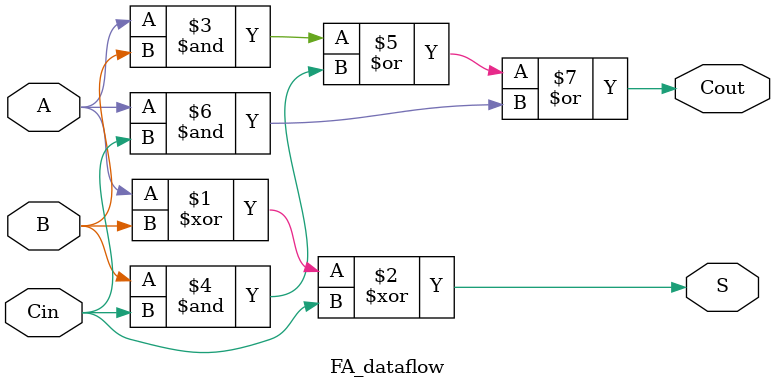
<source format=v>
module FA_dataflow(
input A, B, Cin,
output S, Cout);
assign S= A ^ B ^ Cin;
assign Cout= (A & B) | (B & Cin) | (A & Cin);
endmodule
</source>
